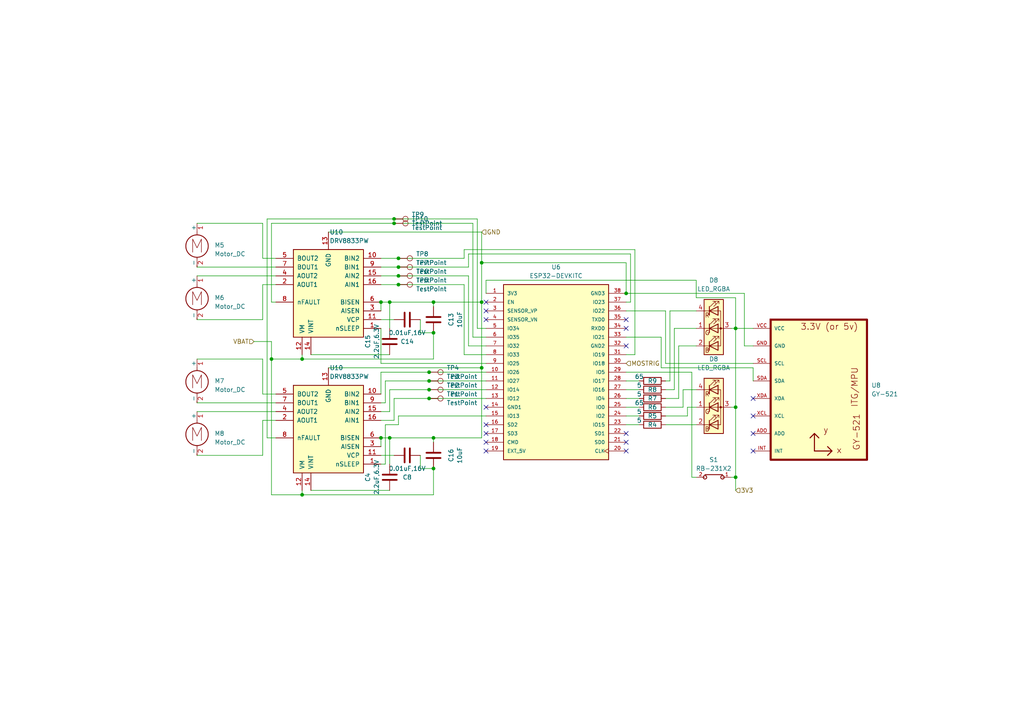
<source format=kicad_sch>
(kicad_sch (version 20230121) (generator eeschema)
  (paper "A4")
  (lib_symbols
    (symbol "Connector:TestPoint" (pin_numbers hide) (pin_names (offset 0.762) hide)
      (property "Reference" "TP" (at 0 6.858 0))
      (property "Value" "TestPoint" (at 0 5.08 0))
      (symbol "TestPoint_0_1"
        (circle (center 0 3.302) (radius 0.762))
      )
      (symbol "TestPoint_1_1"
        (pin passive line (at 0 0 90) (length 2.54) (name "1") (number "1"))
      )
    )
    (symbol "Device:C" (pin_numbers hide) (pin_names (offset 0.254))
      (property "Reference" "C" (at 0.635 2.54 0))
      (property "Value" "C" (at 0.635 -2.54 0))
      (symbol "C_0_1"
        (polyline (pts (xy -2.032 -0.762) (xy 2.032 -0.762)) (stroke (width 0.508)))
        (polyline (pts (xy -2.032 0.762) (xy 2.032 0.762)) (stroke (width 0.508)))
      )
      (symbol "C_1_1"
        (pin passive line (at 0 3.81 270) (length 2.794) (name "~") (number "1"))
        (pin passive line (at 0 -3.81 90) (length 2.794) (name "~") (number "2"))
      )
    )
    (symbol "Device:R" (pin_numbers hide) (pin_names (offset 0))
      (property "Reference" "R" (at 2.032 0 90))
      (property "Value" "R" (at 0 0 90))
      (symbol "R_0_1"
        (rectangle (start -1.016 -2.54) (end 1.016 2.54) (stroke (width 0.254)))
      )
      (symbol "R_1_1"
        (pin passive line (at 0 3.81 270) (length 1.27) (name "~") (number "1"))
        (pin passive line (at 0 -3.81 90) (length 1.27) (name "~") (number "2"))
      )
    )
    (symbol "Driver_Motor:DRV8833PW" (pin_names (offset 1.016))
      (property "Reference" "U" (at -3.81 16.51 0))
      (property "Value" "DRV8833PW" (at -3.81 13.97 0))
      (symbol "DRV8833PW_0_1"
        (rectangle (start -10.16 12.7) (end 10.16 -12.7) (stroke (width 0.254)) (fill (type background)))
      )
      (symbol "DRV8833PW_1_1"
        (pin input line (at -15.24 10.16 0) (length 5.08) (name "nSLEEP") (number "1"))
        (pin input line (at -15.24 -10.16 0) (length 5.08) (name "BIN2") (number "10"))
        (pin bidirectional line (at -15.24 7.62 0) (length 5.08) (name "VCP") (number "11"))
        (pin power_in line (at 7.62 17.78 270) (length 5.08) (name "VM") (number "12"))
        (pin power_in line (at 0 -17.78 90) (length 5.08) (name "GND") (number "13"))
        (pin power_in line (at 5.08 17.78 270) (length 5.08) (name "VINT") (number "14"))
        (pin input line (at -15.24 -5.08 0) (length 5.08) (name "AIN2") (number "15"))
        (pin input line (at -15.24 -2.54 0) (length 5.08) (name "AIN1") (number "16"))
        (pin power_out line (at 15.24 -2.54 180) (length 5.08) (name "AOUT1") (number "2"))
        (pin bidirectional line (at -15.24 5.08 0) (length 5.08) (name "AISEN") (number "3"))
        (pin power_out line (at 15.24 -5.08 180) (length 5.08) (name "AOUT2") (number "4"))
        (pin power_out line (at 15.24 -10.16 180) (length 5.08) (name "BOUT2") (number "5"))
        (pin bidirectional line (at -15.24 2.54 0) (length 5.08) (name "BISEN") (number "6"))
        (pin power_out line (at 15.24 -7.62 180) (length 5.08) (name "BOUT1") (number "7"))
        (pin open_collector line (at 15.24 2.54 180) (length 5.08) (name "nFAULT") (number "8"))
        (pin input line (at -15.24 -7.62 0) (length 5.08) (name "BIN1") (number "9"))
      )
    )
    (symbol "ESP32DEV:ESP32-DEVKITC" (pin_names (offset 1.016))
      (property "Reference" "U" (at -15.2572 26.0643 0))
      (property "Value" "ESP32-DEVKITC" (at -15.2563 -27.9698 0))
      (symbol "ESP32-DEVKITC_0_0"
        (rectangle (start -15.24 -25.4) (end 15.24 25.4) (stroke (width 0.254)) (fill (type background)))
        (pin power_in line (at -20.32 22.86 0) (length 5.08) (name "3V3") (number "1"))
        (pin bidirectional line (at -20.32 0 0) (length 5.08) (name "IO26") (number "10"))
        (pin bidirectional line (at -20.32 -2.54 0) (length 5.08) (name "IO27") (number "11"))
        (pin bidirectional line (at -20.32 -5.08 0) (length 5.08) (name "IO14") (number "12"))
        (pin bidirectional line (at -20.32 -7.62 0) (length 5.08) (name "IO12") (number "13"))
        (pin power_in line (at -20.32 -10.16 0) (length 5.08) (name "GND1") (number "14"))
        (pin bidirectional line (at -20.32 -12.7 0) (length 5.08) (name "IO13") (number "15"))
        (pin bidirectional line (at -20.32 -15.24 0) (length 5.08) (name "SD2") (number "16"))
        (pin bidirectional line (at -20.32 -17.78 0) (length 5.08) (name "SD3") (number "17"))
        (pin bidirectional line (at -20.32 -20.32 0) (length 5.08) (name "CMD") (number "18"))
        (pin power_in line (at -20.32 -22.86 0) (length 5.08) (name "EXT_5V") (number "19"))
        (pin input line (at -20.32 20.32 0) (length 5.08) (name "EN") (number "2"))
        (pin input clock (at 20.32 -22.86 180) (length 5.08) (name "CLK") (number "20"))
        (pin bidirectional line (at 20.32 -20.32 180) (length 5.08) (name "SD0") (number "21"))
        (pin bidirectional line (at 20.32 -17.78 180) (length 5.08) (name "SD1") (number "22"))
        (pin bidirectional line (at 20.32 -15.24 180) (length 5.08) (name "IO15") (number "23"))
        (pin bidirectional line (at 20.32 -12.7 180) (length 5.08) (name "IO2") (number "24"))
        (pin bidirectional line (at 20.32 -10.16 180) (length 5.08) (name "IO0") (number "25"))
        (pin bidirectional line (at 20.32 -7.62 180) (length 5.08) (name "IO4") (number "26"))
        (pin bidirectional line (at 20.32 -5.08 180) (length 5.08) (name "IO16") (number "27"))
        (pin bidirectional line (at 20.32 -2.54 180) (length 5.08) (name "IO17") (number "28"))
        (pin bidirectional line (at 20.32 0 180) (length 5.08) (name "IO5") (number "29"))
        (pin input line (at -20.32 17.78 0) (length 5.08) (name "SENSOR_VP") (number "3"))
        (pin bidirectional line (at 20.32 2.54 180) (length 5.08) (name "IO18") (number "30"))
        (pin bidirectional line (at 20.32 5.08 180) (length 5.08) (name "IO19") (number "31"))
        (pin power_in line (at 20.32 7.62 180) (length 5.08) (name "GND2") (number "32"))
        (pin bidirectional line (at 20.32 10.16 180) (length 5.08) (name "IO21") (number "33"))
        (pin input line (at 20.32 12.7 180) (length 5.08) (name "RXD0") (number "34"))
        (pin output line (at 20.32 15.24 180) (length 5.08) (name "TXD0") (number "35"))
        (pin bidirectional line (at 20.32 17.78 180) (length 5.08) (name "IO22") (number "36"))
        (pin bidirectional line (at 20.32 20.32 180) (length 5.08) (name "IO23") (number "37"))
        (pin power_in line (at 20.32 22.86 180) (length 5.08) (name "GND3") (number "38"))
        (pin input line (at -20.32 15.24 0) (length 5.08) (name "SENSOR_VN") (number "4"))
        (pin bidirectional line (at -20.32 12.7 0) (length 5.08) (name "IO34") (number "5"))
        (pin bidirectional line (at -20.32 10.16 0) (length 5.08) (name "IO35") (number "6"))
        (pin bidirectional line (at -20.32 7.62 0) (length 5.08) (name "IO32") (number "7"))
        (pin bidirectional line (at -20.32 5.08 0) (length 5.08) (name "IO33") (number "8"))
        (pin bidirectional line (at -20.32 2.54 0) (length 5.08) (name "IO25") (number "9"))
      )
    )
    (symbol "GY-521:GY-521" (pin_names (offset 1.016))
      (property "Reference" "U" (at 0 0 0))
      (property "Value" "GY-521" (at 0 0 0))
      (symbol "GY-521_0_0"
        (rectangle (start -10.16 -22.86) (end 17.78 17.78) (stroke (width 0.6096)) (fill (type background)))
        (polyline (pts (xy 2.54 -20.32) (xy 2.54 -15.24)) (stroke (width 0.3048)))
        (polyline (pts (xy 2.54 -20.32) (xy 7.62 -20.32)) (stroke (width 0.3048)))
        (polyline (pts (xy 2.54 -15.24) (xy 1.27 -16.51)) (stroke (width 0.3048)))
        (polyline (pts (xy 2.54 -15.24) (xy 3.81 -16.51)) (stroke (width 0.3048)))
        (polyline (pts (xy 7.62 -20.32) (xy 6.35 -21.59)) (stroke (width 0.3048)))
        (polyline (pts (xy 7.62 -20.32) (xy 6.35 -19.05)) (stroke (width 0.3048)))
        (text "3.3V (or 5v)" (at -1.524 14.732 0) (effects (font (size 1.778 1.778)) (justify left bottom)))
        (text "GY-521" (at 13.716 -9.398 900) (effects (font (size 1.778 1.778)) (justify right top)))
        (text "ITG/MPU" (at 15.24 -7.62 900) (effects (font (size 1.778 1.778)) (justify left bottom)))
        (text "x" (at 8.89 -21.082 0) (effects (font (size 1.778 1.778)) (justify left bottom)))
        (text "y" (at 5.08 -15.24 0) (effects (font (size 1.778 1.778)) (justify left bottom)))
        (pin bidirectional line (at -15.24 -15.24 0) (length 5.08) (name "ADO") (number "ADO"))
        (pin bidirectional line (at -15.24 10.16 0) (length 5.08) (name "GND") (number "GND"))
        (pin bidirectional line (at -15.24 -20.32 0) (length 5.08) (name "INT") (number "INT"))
        (pin bidirectional line (at -15.24 5.08 0) (length 5.08) (name "SCL") (number "SCL"))
        (pin bidirectional line (at -15.24 0 0) (length 5.08) (name "SDA") (number "SDA"))
        (pin bidirectional line (at -15.24 15.24 0) (length 5.08) (name "VCC") (number "VCC"))
        (pin bidirectional line (at -15.24 -10.16 0) (length 5.08) (name "XCL") (number "XCL"))
        (pin bidirectional line (at -15.24 -5.08 0) (length 5.08) (name "XDA") (number "XDA"))
      )
    )
    (symbol "LED_RGBA_1" (pin_names (offset 0) hide)
      (property "Reference" "D14" (at 0 13.97 0))
      (property "Value" "LED_RGBA" (at 0 11.43 0))
      (symbol "LED_RGBA_1_0_0"
        (text "B" (at -1.905 -6.35 0) (effects (font (size 1.27 1.27))))
        (text "G" (at -1.905 -1.27 0) (effects (font (size 1.27 1.27))))
        (text "R" (at -1.905 3.81 0) (effects (font (size 1.27 1.27))))
      )
      (symbol "LED_RGBA_1_0_1"
        (polyline (pts (xy -1.27 -5.08) (xy -2.54 -5.08)))
        (polyline (pts (xy -1.27 -5.08) (xy 1.27 -5.08)))
        (polyline (pts (xy -1.27 -3.81) (xy -1.27 -6.35)) (stroke (width 0.254)))
        (polyline (pts (xy -1.27 0) (xy -2.54 0)))
        (polyline (pts (xy -1.27 1.27) (xy -1.27 -1.27)) (stroke (width 0.254)))
        (polyline (pts (xy -1.27 5.08) (xy -2.54 5.08)))
        (polyline (pts (xy -1.27 5.08) (xy 1.27 5.08)))
        (polyline (pts (xy -1.27 6.35) (xy -1.27 3.81)) (stroke (width 0.254)))
        (polyline (pts (xy 1.27 0) (xy -1.27 0)))
        (polyline (pts (xy 1.27 0) (xy 2.54 0)))
        (polyline (pts (xy -1.27 1.27) (xy -1.27 -1.27) (xy -1.27 -1.27)))
        (polyline (pts (xy -1.27 6.35) (xy -1.27 3.81) (xy -1.27 3.81)))
        (polyline (pts (xy 1.27 -5.08) (xy 2.032 -5.08) (xy 2.032 5.08) (xy 1.27 5.08)))
        (polyline (pts (xy 1.27 -3.81) (xy 1.27 -6.35) (xy -1.27 -5.08) (xy 1.27 -3.81)) (stroke (width 0.254)))
        (polyline (pts (xy 1.27 1.27) (xy 1.27 -1.27) (xy -1.27 0) (xy 1.27 1.27)) (stroke (width 0.254)))
        (polyline (pts (xy 1.27 6.35) (xy 1.27 3.81) (xy -1.27 5.08) (xy 1.27 6.35)) (stroke (width 0.254)))
        (polyline (pts (xy -1.016 -3.81) (xy 0.508 -2.286) (xy -0.254 -2.286) (xy 0.508 -2.286) (xy 0.508 -3.048)))
        (polyline (pts (xy -1.016 1.27) (xy 0.508 2.794) (xy -0.254 2.794) (xy 0.508 2.794) (xy 0.508 2.032)))
        (polyline (pts (xy -1.016 6.35) (xy 0.508 7.874) (xy -0.254 7.874) (xy 0.508 7.874) (xy 0.508 7.112)))
        (polyline (pts (xy 0 -3.81) (xy 1.524 -2.286) (xy 0.762 -2.286) (xy 1.524 -2.286) (xy 1.524 -3.048)))
        (polyline (pts (xy 0 1.27) (xy 1.524 2.794) (xy 0.762 2.794) (xy 1.524 2.794) (xy 1.524 2.032)))
        (polyline (pts (xy 0 6.35) (xy 1.524 7.874) (xy 0.762 7.874) (xy 1.524 7.874) (xy 1.524 7.112)))
        (rectangle (start 1.27 -1.27) (end 1.27 1.27))
        (rectangle (start 1.27 1.27) (end 1.27 1.27))
        (rectangle (start 1.27 3.81) (end 1.27 6.35))
        (rectangle (start 1.27 6.35) (end 1.27 6.35))
        (circle (center 2.032 0) (radius 0.254) (fill (type outline)))
        (rectangle (start 2.794 8.382) (end -2.794 -7.62) (stroke (width 0.254)) (fill (type background)))
      )
      (symbol "LED_RGBA_1_1_1"
        (pin passive line (at -5.08 0 0) (length 2.54) (name "GK") (number "1"))
        (pin passive line (at -5.08 -5.08 0) (length 2.54) (name "BK") (number "2"))
        (pin passive line (at 5.08 0 180) (length 2.54) (name "A") (number "3"))
        (pin passive line (at -5.08 5.08 0) (length 2.54) (name "RK") (number "4"))
      )
    )
    (symbol "Motor:Motor_DC" (pin_names (offset 0))
      (property "Reference" "M" (at 2.54 2.54 0))
      (property "Value" "Motor_DC" (at 2.54 -5.08 0))
      (symbol "Motor_DC_0_0"
        (polyline (pts (xy -1.27 -3.302) (xy -1.27 0.508) (xy 0 -2.032) (xy 1.27 0.508) (xy 1.27 -3.302)))
      )
      (symbol "Motor_DC_0_1"
        (circle (center 0 -1.524) (radius 3.2512) (stroke (width 0.254)))
        (polyline (pts (xy 0 -7.62) (xy 0 -7.112)))
        (polyline (pts (xy 0 -4.7752) (xy 0 -5.1816)))
        (polyline (pts (xy 0 1.7272) (xy 0 2.0828)))
        (polyline (pts (xy 0 2.032) (xy 0 2.54)))
      )
      (symbol "Motor_DC_1_1"
        (pin passive line (at 0 5.08 270) (length 2.54) (name "+") (number "1"))
        (pin passive line (at 0 -7.62 90) (length 2.54) (name "-") (number "2"))
      )
    )
    (symbol "RB-231X2:RB-231X2" (pin_names (offset 1.016))
      (property "Reference" "S" (at -3.5576 2.0329 0))
      (property "Value" "RB-231X2" (at -3.8121 -2.5414 0))
      (symbol "RB-231X2_0_0"
        (circle (center -2.54 0) (radius 0.508) (stroke (width 0.254)))
        (polyline (pts (xy -2.54 0.762) (xy 2.54 0.762)) (stroke (width 0.254)))
        (circle (center 2.54 0) (radius 0.508) (stroke (width 0.254)))
        (pin passive line (at 5.08 0 180) (length 2.54) (name "~") (number "1"))
        (pin passive line (at -5.08 0 0) (length 2.54) (name "~") (number "2"))
      )
    )
  )
  (junction (at 87.63 143.51))
  (junction (at 113.03 127))
  (junction (at 124.46 110.49))
  (junction (at 110.49 127))
  (junction (at 114.3 64.77))
  (junction (at 124.46 115.57))
  (junction (at 115.57 77.47))
  (junction (at 139.7 106.68))
  (junction (at 139.7 76.2))
  (junction (at 139.7 87.63))
  (junction (at 78.74 104.14))
  (junction (at 115.57 74.93))
  (junction (at 125.73 87.63))
  (junction (at 115.57 80.01))
  (junction (at 213.36 118.11))
  (junction (at 115.57 82.55))
  (junction (at 87.63 104.14))
  (junction (at 125.73 135.89))
  (junction (at 114.3 63.5))
  (junction (at 124.46 107.95))
  (junction (at 125.73 127))
  (junction (at 110.49 87.63))
  (junction (at 181.61 85.09))
  (junction (at 213.36 138.43))
  (junction (at 213.36 95.25))
  (junction (at 125.73 96.52))
  (junction (at 113.03 87.63))
  (junction (at 124.46 113.03))
  (no_connect (at 140.97 125.73))
  (no_connect (at 218.44 125.73))
  (no_connect (at 140.97 118.11))
  (no_connect (at 140.97 87.63))
  (no_connect (at 181.61 130.81))
  (no_connect (at 140.97 92.71))
  (no_connect (at 181.61 128.27))
  (no_connect (at 181.61 125.73))
  (no_connect (at 218.44 115.57))
  (no_connect (at 181.61 92.71))
  (no_connect (at 140.97 90.17))
  (no_connect (at 218.44 120.65))
  (no_connect (at 218.44 130.81))
  (no_connect (at 140.97 130.81))
  (no_connect (at 181.61 95.25))
  (no_connect (at 140.97 128.27))
  (no_connect (at 181.61 100.33))
  (no_connect (at 140.97 123.19))
  (wire (pts (xy 110.49 77.47) (xy 115.57 77.47)))
  (wire (pts (xy 201.93 81.28) (xy 201.93 86.36)))
  (wire (pts (xy 199.39 120.65) (xy 199.39 118.11)))
  (wire (pts (xy 110.49 127) (xy 110.49 129.54)))
  (wire (pts (xy 110.49 119.38) (xy 113.03 119.38)))
  (wire (pts (xy 77.47 63.5) (xy 77.47 127)))
  (wire (pts (xy 115.57 80.01) (xy 110.49 80.01)))
  (wire (pts (xy 114.3 63.5) (xy 138.43 63.5)))
  (wire (pts (xy 125.73 127) (xy 139.7 127)))
  (wire (pts (xy 76.2 114.3) (xy 76.2 104.14)))
  (wire (pts (xy 110.49 74.93) (xy 115.57 74.93)))
  (wire (pts (xy 213.36 86.36) (xy 213.36 95.25)))
  (wire (pts (xy 78.74 99.06) (xy 78.74 104.14)))
  (wire (pts (xy 125.73 87.63) (xy 139.7 87.63)))
  (wire (pts (xy 213.36 95.25) (xy 213.36 118.11)))
  (wire (pts (xy 111.76 110.49) (xy 111.76 116.84)))
  (wire (pts (xy 181.61 90.17) (xy 193.04 90.17)))
  (wire (pts (xy 90.17 102.87) (xy 113.03 102.87)))
  (wire (pts (xy 134.62 102.87) (xy 140.97 102.87)))
  (wire (pts (xy 125.73 96.52) (xy 125.73 104.14)))
  (wire (pts (xy 139.7 106.68) (xy 139.7 127)))
  (wire (pts (xy 181.61 123.19) (xy 185.42 123.19)))
  (wire (pts (xy 138.43 95.25) (xy 140.97 95.25)))
  (wire (pts (xy 212.09 138.43) (xy 213.36 138.43)))
  (wire (pts (xy 80.01 74.93) (xy 76.2 74.93)))
  (wire (pts (xy 139.7 87.63) (xy 139.7 106.68)))
  (wire (pts (xy 213.36 118.11) (xy 213.36 138.43)))
  (wire (pts (xy 124.46 107.95) (xy 110.49 107.95)))
  (wire (pts (xy 193.04 90.17) (xy 193.04 105.41)))
  (wire (pts (xy 110.49 82.55) (xy 115.57 82.55)))
  (wire (pts (xy 76.2 132.08) (xy 76.2 121.92)))
  (wire (pts (xy 80.01 82.55) (xy 76.2 82.55)))
  (wire (pts (xy 80.01 114.3) (xy 76.2 114.3)))
  (wire (pts (xy 76.2 121.92) (xy 80.01 121.92)))
  (wire (pts (xy 121.92 135.89) (xy 125.73 135.89)))
  (wire (pts (xy 115.57 74.93) (xy 134.62 74.93)))
  (wire (pts (xy 113.03 119.38) (xy 113.03 113.03)))
  (wire (pts (xy 212.09 118.11) (xy 213.36 118.11)))
  (wire (pts (xy 121.92 92.71) (xy 121.92 96.52)))
  (wire (pts (xy 110.49 105.41) (xy 140.97 105.41)))
  (wire (pts (xy 110.49 92.71) (xy 114.3 92.71)))
  (wire (pts (xy 78.74 143.51) (xy 78.74 104.14)))
  (wire (pts (xy 125.73 104.14) (xy 87.63 104.14)))
  (wire (pts (xy 115.57 120.65) (xy 140.97 120.65)))
  (wire (pts (xy 78.74 104.14) (xy 87.63 104.14)))
  (wire (pts (xy 195.58 95.25) (xy 201.93 95.25)))
  (wire (pts (xy 95.25 106.68) (xy 139.7 106.68)))
  (wire (pts (xy 181.61 85.09) (xy 181.61 76.2)))
  (wire (pts (xy 135.89 77.47) (xy 135.89 73.66)))
  (wire (pts (xy 193.04 113.03) (xy 195.58 113.03)))
  (wire (pts (xy 134.62 72.39) (xy 184.15 72.39)))
  (wire (pts (xy 114.3 121.92) (xy 110.49 121.92)))
  (wire (pts (xy 181.61 115.57) (xy 185.42 115.57)))
  (wire (pts (xy 124.46 110.49) (xy 111.76 110.49)))
  (wire (pts (xy 76.2 74.93) (xy 76.2 64.77)))
  (wire (pts (xy 114.3 115.57) (xy 114.3 121.92)))
  (wire (pts (xy 194.31 90.17) (xy 201.93 90.17)))
  (wire (pts (xy 87.63 104.14) (xy 87.63 102.87)))
  (wire (pts (xy 184.15 72.39) (xy 184.15 102.87)))
  (wire (pts (xy 134.62 74.93) (xy 134.62 72.39)))
  (wire (pts (xy 213.36 138.43) (xy 213.36 142.24)))
  (wire (pts (xy 194.31 110.49) (xy 194.31 90.17)))
  (wire (pts (xy 181.61 87.63) (xy 182.88 87.63)))
  (wire (pts (xy 113.03 87.63) (xy 125.73 87.63)))
  (wire (pts (xy 73.66 99.06) (xy 78.74 99.06)))
  (wire (pts (xy 140.97 100.33) (xy 135.89 100.33)))
  (wire (pts (xy 135.89 100.33) (xy 135.89 80.01)))
  (wire (pts (xy 125.73 127) (xy 125.73 128.27)))
  (wire (pts (xy 199.39 118.11) (xy 201.93 118.11)))
  (wire (pts (xy 115.57 123.19) (xy 115.57 120.65)))
  (wire (pts (xy 181.61 76.2) (xy 139.7 76.2)))
  (wire (pts (xy 181.61 85.09) (xy 215.9 85.09)))
  (wire (pts (xy 140.97 115.57) (xy 124.46 115.57)))
  (wire (pts (xy 87.63 143.51) (xy 87.63 142.24)))
  (wire (pts (xy 113.03 113.03) (xy 124.46 113.03)))
  (wire (pts (xy 80.01 116.84) (xy 57.15 116.84)))
  (wire (pts (xy 140.97 110.49) (xy 124.46 110.49)))
  (wire (pts (xy 110.49 134.62) (xy 111.76 134.62)))
  (wire (pts (xy 80.01 87.63) (xy 78.74 87.63)))
  (wire (pts (xy 193.04 105.41) (xy 218.44 105.41)))
  (wire (pts (xy 78.74 87.63) (xy 78.74 64.77)))
  (wire (pts (xy 193.04 120.65) (xy 199.39 120.65)))
  (wire (pts (xy 124.46 113.03) (xy 140.97 113.03)))
  (wire (pts (xy 110.49 87.63) (xy 110.49 90.17)))
  (wire (pts (xy 135.89 80.01) (xy 115.57 80.01)))
  (wire (pts (xy 114.3 64.77) (xy 137.16 64.77)))
  (wire (pts (xy 125.73 87.63) (xy 125.73 88.9)))
  (wire (pts (xy 218.44 110.49) (xy 218.44 106.68)))
  (wire (pts (xy 111.76 116.84) (xy 110.49 116.84)))
  (wire (pts (xy 115.57 82.55) (xy 134.62 82.55)))
  (wire (pts (xy 77.47 63.5) (xy 114.3 63.5)))
  (wire (pts (xy 196.85 100.33) (xy 201.93 100.33)))
  (wire (pts (xy 110.49 107.95) (xy 110.49 114.3)))
  (wire (pts (xy 113.03 87.63) (xy 113.03 95.25)))
  (wire (pts (xy 194.31 110.49) (xy 193.04 110.49)))
  (wire (pts (xy 76.2 82.55) (xy 76.2 92.71)))
  (wire (pts (xy 134.62 82.55) (xy 134.62 102.87)))
  (wire (pts (xy 185.42 110.49) (xy 181.61 110.49)))
  (wire (pts (xy 140.97 81.28) (xy 140.97 85.09)))
  (wire (pts (xy 181.61 107.95) (xy 200.66 107.95)))
  (wire (pts (xy 198.12 118.11) (xy 198.12 113.03)))
  (wire (pts (xy 115.57 77.47) (xy 135.89 77.47)))
  (wire (pts (xy 90.17 142.24) (xy 113.03 142.24)))
  (wire (pts (xy 195.58 113.03) (xy 195.58 95.25)))
  (wire (pts (xy 113.03 127) (xy 113.03 134.62)))
  (wire (pts (xy 111.76 134.62) (xy 111.76 123.19)))
  (wire (pts (xy 213.36 95.25) (xy 218.44 95.25)))
  (wire (pts (xy 135.89 73.66) (xy 182.88 73.66)))
  (wire (pts (xy 76.2 64.77) (xy 57.15 64.77)))
  (wire (pts (xy 184.15 102.87) (xy 181.61 102.87)))
  (wire (pts (xy 110.49 132.08) (xy 114.3 132.08)))
  (wire (pts (xy 196.85 115.57) (xy 196.85 100.33)))
  (wire (pts (xy 110.49 87.63) (xy 113.03 87.63)))
  (wire (pts (xy 181.61 113.03) (xy 185.42 113.03)))
  (wire (pts (xy 215.9 100.33) (xy 218.44 100.33)))
  (wire (pts (xy 198.12 113.03) (xy 201.93 113.03)))
  (wire (pts (xy 181.61 120.65) (xy 185.42 120.65)))
  (wire (pts (xy 213.36 95.25) (xy 212.09 95.25)))
  (wire (pts (xy 140.97 81.28) (xy 201.93 81.28)))
  (wire (pts (xy 200.66 107.95) (xy 200.66 138.43)))
  (wire (pts (xy 113.03 127) (xy 125.73 127)))
  (wire (pts (xy 201.93 86.36) (xy 213.36 86.36)))
  (wire (pts (xy 193.04 123.19) (xy 201.93 123.19)))
  (wire (pts (xy 140.97 107.95) (xy 124.46 107.95)))
  (wire (pts (xy 80.01 80.01) (xy 57.15 80.01)))
  (wire (pts (xy 111.76 123.19) (xy 115.57 123.19)))
  (wire (pts (xy 125.73 135.89) (xy 125.73 143.51)))
  (wire (pts (xy 121.92 96.52) (xy 125.73 96.52)))
  (wire (pts (xy 121.92 132.08) (xy 121.92 135.89)))
  (wire (pts (xy 200.66 138.43) (xy 201.93 138.43)))
  (wire (pts (xy 76.2 104.14) (xy 57.15 104.14)))
  (wire (pts (xy 137.16 97.79) (xy 140.97 97.79)))
  (wire (pts (xy 80.01 127) (xy 77.47 127)))
  (wire (pts (xy 95.25 67.31) (xy 139.7 67.31)))
  (wire (pts (xy 191.77 97.79) (xy 181.61 97.79)))
  (wire (pts (xy 182.88 87.63) (xy 182.88 73.66)))
  (wire (pts (xy 139.7 76.2) (xy 139.7 87.63)))
  (wire (pts (xy 87.63 143.51) (xy 78.74 143.51)))
  (wire (pts (xy 110.49 127) (xy 113.03 127)))
  (wire (pts (xy 218.44 106.68) (xy 191.77 106.68)))
  (wire (pts (xy 139.7 67.31) (xy 139.7 76.2)))
  (wire (pts (xy 78.74 64.77) (xy 114.3 64.77)))
  (wire (pts (xy 110.49 95.25) (xy 110.49 105.41)))
  (wire (pts (xy 57.15 77.47) (xy 80.01 77.47)))
  (wire (pts (xy 191.77 106.68) (xy 191.77 97.79)))
  (wire (pts (xy 137.16 64.77) (xy 137.16 97.79)))
  (wire (pts (xy 138.43 63.5) (xy 138.43 95.25)))
  (wire (pts (xy 193.04 115.57) (xy 196.85 115.57)))
  (wire (pts (xy 181.61 118.11) (xy 185.42 118.11)))
  (wire (pts (xy 125.73 143.51) (xy 87.63 143.51)))
  (wire (pts (xy 193.04 118.11) (xy 198.12 118.11)))
  (wire (pts (xy 57.15 119.38) (xy 80.01 119.38)))
  (wire (pts (xy 215.9 85.09) (xy 215.9 100.33)))
  (wire (pts (xy 57.15 132.08) (xy 76.2 132.08)))
  (wire (pts (xy 124.46 115.57) (xy 114.3 115.57)))
  (wire (pts (xy 76.2 92.71) (xy 57.15 92.71)))
  (hierarchical_label "MOSTRIG" (shape input) (at 181.61 105.41 0))
  (hierarchical_label "GND" (shape input) (at 139.7 67.31 0))
  (hierarchical_label "VBAT" (shape input) (at 73.66 99.06 180))
  (hierarchical_label "3V3" (shape input) (at 213.36 142.24 0))
  (symbol (lib_id "Connector:TestPoint") (at 124.46 110.49 270) (unit 1)
    (property "Reference" "TP3" (at 129.54 109.22 90) (effects (justify left)))
    (property "Value" "TestPoint" (at 129.54 111.76 90) (effects (justify left)))
    (property "Footprint" "TestPoint:TestPoint_Pad_D2.0mm" (effects hide))
  )
  (symbol (lib_id "Connector:TestPoint") (at 114.3 64.77 270) (unit 1)
    (property "Reference" "TP10" (at 119.38 63.5 90) (effects (justify left)))
    (property "Value" "TestPoint" (at 119.38 66.04 90) (effects (justify left)))
    (property "Footprint" "TestPoint:TestPoint_Pad_D2.0mm" (effects hide))
  )
  (symbol (lib_id "Connector:TestPoint") (at 115.57 80.01 270) (unit 1)
    (property "Reference" "TP6" (at 120.65 78.74 90) (effects (justify left)))
    (property "Value" "TestPoint" (at 120.65 81.28 90) (effects (justify left)))
    (property "Footprint" "TestPoint:TestPoint_Pad_D2.0mm" (effects hide))
  )
  (symbol (lib_id "Connector:TestPoint") (at 115.57 74.93 270) (unit 1)
    (property "Reference" "TP8" (at 120.65 73.66 90) (effects (justify left)))
    (property "Value" "TestPoint" (at 120.65 76.2 90) (effects (justify left)))
    (property "Footprint" "TestPoint:TestPoint_Pad_D2.0mm" (effects hide))
  )
  (symbol (lib_id "Connector:TestPoint") (at 124.46 113.03 270) (unit 1)
    (property "Reference" "TP2" (at 129.54 111.76 90) (effects (justify left)))
    (property "Value" "TestPoint" (at 129.54 114.3 90) (effects (justify left)))
    (property "Footprint" "TestPoint:TestPoint_Pad_D2.0mm" (effects hide))
  )
  (symbol (lib_id "Motor:Motor_DC") (at 57.15 69.85 0) (unit 1)
    (property "Reference" "M5" (at 62.23 71.12 0) (effects (justify left)))
    (property "Value" "Motor_DC" (at 62.23 73.66 0) (effects (justify left)))
    (property "Footprint" "Connector_PinSocket_2.54mm:PinSocket_1x02_P2.54mm_Vertical" (effects hide))
  )
  (symbol (lib_id "Connector:TestPoint") (at 115.57 77.47 270) (unit 1)
    (property "Reference" "TP7" (at 120.65 76.2 90) (effects (justify left)))
    (property "Value" "TestPoint" (at 120.65 78.74 90) (effects (justify left)))
    (property "Footprint" "TestPoint:TestPoint_Pad_D2.0mm" (effects hide))
  )
  (symbol (lib_id "Device:R") (at 189.23 123.19 90) (unit 1)
    (property "Reference" "R4" (at 189.23 123.19 90))
    (property "Value" "5" (at 185.42 121.92 90))
    (property "Footprint" "Resistor_SMD:R_0805_2012Metric_Pad1.20x1.40mm_HandSolder" (effects hide))
  )
  (symbol (lib_id "Device:R") (at 189.23 113.03 90) (unit 1)
    (property "Reference" "R8" (at 189.23 113.03 90))
    (property "Value" "5" (at 185.42 111.76 90))
    (property "Footprint" "Resistor_SMD:R_0805_2012Metric_Pad1.20x1.40mm_HandSolder" (effects hide))
  )
  (symbol (lib_id "Device:R") (at 189.23 118.11 90) (unit 1)
    (property "Reference" "R6" (at 189.23 118.11 90))
    (property "Value" "65" (at 185.42 116.84 90))
    (property "Footprint" "Resistor_SMD:R_0805_2012Metric_Pad1.20x1.40mm_HandSolder" (effects hide))
  )
  (symbol (lib_id "Device:C") (at 125.73 132.08 0) (unit 1)
    (property "Reference" "C16" (at 130.81 132.08 90))
    (property "Value" "10uF" (at 133.35 132.08 90))
    (property "Footprint" "Capacitor_SMD:C_0805_2012Metric_Pad1.18x1.45mm_HandSolder" (effects hide))
  )
  (symbol (lib_id "Connector:TestPoint") (at 124.46 115.57 270) (unit 1)
    (property "Reference" "TP1" (at 129.54 114.3 90) (effects (justify left)))
    (property "Value" "TestPoint" (at 129.54 116.84 90) (effects (justify left)))
    (property "Footprint" "TestPoint:TestPoint_Pad_D2.0mm" (effects hide))
  )
  (symbol (lib_id "Driver_Motor:DRV8833PW") (at 95.25 85.09 180) (unit 1)
    (property "Reference" "U10" (at 95.5959 67.31 0) (effects (justify right)))
    (property "Value" "DRV8833PW" (at 95.5959 69.85 0) (effects (justify right)))
    (property "Footprint" "Package_SO:TSSOP-16_4.4x5mm_P0.65mm" (effects hide))
    (property "Datasheet" "https://www.ti.com/lit/ds/symlink/drv8833.pdf?HQS=dis-dk-null-digikeymode-dsf-pf-null-wwe&ts=1698182541199&ref_url=https%253A%252F%252Fwww.ti.com%252Fgeneral%252Fdocs%252Fsuppproductinfo.tsp%253FdistId%253D10%2526gotoUrl%253Dhttps%253A%252F%252Fwww.ti.com%252Flit%252Fgpn%252Fdrv8833" (effects hide))
    (instances (project "robot" (path "" (reference "U10") (unit 1)) (path "" (reference "U13") (unit 1))))
  )
  (symbol (lib_name "LED_RGBA_1") (lib_id "Device:LED_RGBA") (at 207.01 95.25 0) (unit 1)
    (property "Reference" "D8" (at 207.01 81.28 0))
    (property "Value" "LED_RGBA" (at 207.01 83.82 0))
    (property "Footprint" "Connector_PinSocket_2.54mm:PinSocket_1x04_P2.54mm_Vertical" (effects hide))
    (property "Datasheet" "https://www.qt-brightek.com/datasheet/QBL8RGB60D0-2897.pdf" (effects hide))
    (instances (project "robot" (path "" (reference "D8") (unit 1)) (path "" (reference "D14") (unit 1))))
  )
  (symbol (lib_name "LED_RGBA_1") (lib_id "Device:LED_RGBA") (at 207.01 118.11 0) (unit 1)
    (property "Reference" "D8" (at 207.01 104.14 0))
    (property "Value" "LED_RGBA" (at 207.01 106.68 0))
    (property "Footprint" "Connector_PinSocket_2.54mm:PinSocket_1x04_P2.54mm_Vertical" (effects hide))
    (property "Datasheet" "https://www.qt-brightek.com/datasheet/QBL8RGB60D0-2897.pdf" (effects hide))
  )
  (symbol (lib_id "Connector:TestPoint") (at 115.57 82.55 270) (unit 1)
    (property "Reference" "TP5" (at 120.65 81.28 90) (effects (justify left)))
    (property "Value" "TestPoint" (at 120.65 83.82 90) (effects (justify left)))
    (property "Footprint" "TestPoint:TestPoint_Pad_D2.0mm" (effects hide))
  )
  (symbol (lib_id "Device:C") (at 118.11 132.08 90) (unit 1)
    (property "Reference" "C8" (at 118.11 138.43 90))
    (property "Value" "0.01uF,16V" (at 118.11 135.89 90))
    (property "Footprint" "Capacitor_SMD:C_0805_2012Metric_Pad1.18x1.45mm_HandSolder" (effects hide))
  )
  (symbol (lib_id "Device:R") (at 189.23 120.65 90) (unit 1)
    (property "Reference" "R5" (at 189.23 120.65 90))
    (property "Value" "5" (at 185.42 119.38 90))
    (property "Footprint" "Resistor_SMD:R_0805_2012Metric_Pad1.20x1.40mm_HandSolder" (effects hide))
  )
  (symbol (lib_id "GY-521:GY-521") (at 233.68 110.49 0) (unit 1)
    (property "Reference" "U8" (at 252.73 111.76 0) (effects (justify left)))
    (property "Value" "GY-521" (at 252.73 114.3 0) (effects (justify left)))
    (property "Footprint" "GY-521:GY-521" (effects hide))
    (property "MF" "GODREAM FORDREAM CO., LIMITED" (effects hide))
    (property "Description" "\nTriple Axis Accelerometer Gyro Breakout\n" (effects hide))
    (property "Package" "Package" (effects hide))
    (property "Price" "None" (effects hide))
    (property "SnapEDA_Link" "https://www.snapeda.com/parts/GY-521/GODREAM+FORDREAM+CO.%252C+LIMITED/view-part/?ref=snap" (effects hide))
    (property "MP" "GY-521" (effects hide))
    (property "Availability" "Not in stock" (effects hide))
    (property "Check_prices" "https://www.snapeda.com/parts/GY-521/GODREAM+FORDREAM+CO.%252C+LIMITED/view-part/?ref=eda" (effects hide))
    (instances (project "robot" (path "" (reference "U8") (unit 1)) (path "" (reference "U10") (unit 1))))
  )
  (symbol (lib_id "ESP32DEV:ESP32-DEVKITC") (at 161.29 107.95 0) (unit 1)
    (property "Reference" "U6" (at 161.29 77.47 0))
    (property "Value" "ESP32-DEVKITC" (at 161.29 80.01 0))
    (property "Footprint" "ESP32-DEVKIT:MODULE_ESP32-DEVKITC" (effects hide))
    (property "MF" "Espressif Systems" (effects hide))
    (property "Description" "\nESP32-WROOM-32UE series Transceiver; 802.11 b/g/n (Wi-Fi, WiFi, WLAN), Bluetooth ® Smart Ready 4.x Dual Mode Evaluation Board\n" (effects hide))
    (property "Package" "None" (effects hide))
    (property "Price" "None" (effects hide))
    (property "Check_prices" "https://www.snapeda.com/parts/ESP32-DEVKITC/Espressif+Systems/view-part/?ref=eda" (effects hide))
    (property "STANDARD" "Manufacturer Recommendations" (effects hide))
    (property "PARTREV" "N/A" (effects hide))
    (property "SnapEDA_Link" "https://www.snapeda.com/parts/ESP32-DEVKITC/Espressif+Systems/view-part/?ref=snap" (effects hide))
    (property "MP" "ESP32-DEVKITC" (effects hide))
    (property "Availability" "In Stock" (effects hide))
    (property "MANUFACTURER" "ESPRESSIF" (effects hide))
    (instances (project "robot" (path "" (reference "U6") (unit 1)) (path "" (reference "U8") (unit 1))))
  )
  (symbol (lib_id "Device:C") (at 113.03 99.06 0) (unit 1)
    (property "Reference" "C15" (at 106.68 99.06 90))
    (property "Value" "2.2uF,6.3V" (at 109.22 99.06 90))
    (property "Footprint" "Capacitor_SMD:C_0805_2012Metric_Pad1.18x1.45mm_HandSolder" (effects hide))
  )
  (symbol (lib_id "Device:R") (at 189.23 115.57 90) (unit 1)
    (property "Reference" "R7" (at 189.23 115.57 90))
    (property "Value" "5" (at 185.42 114.3 90))
    (property "Footprint" "Resistor_SMD:R_0805_2012Metric_Pad1.20x1.40mm_HandSolder" (effects hide))
  )
  (symbol (lib_id "Connector:TestPoint") (at 114.3 63.5 270) (unit 1)
    (property "Reference" "TP9" (at 119.38 62.23 90) (effects (justify left)))
    (property "Value" "TestPoint" (at 119.38 64.77 90) (effects (justify left)))
    (property "Footprint" "TestPoint:TestPoint_Pad_D2.0mm" (effects hide))
  )
  (symbol (lib_id "Motor:Motor_DC") (at 57.15 85.09 0) (unit 1)
    (property "Reference" "M6" (at 62.23 86.36 0) (effects (justify left)))
    (property "Value" "Motor_DC" (at 62.23 88.9 0) (effects (justify left)))
    (property "Footprint" "Connector_PinSocket_2.54mm:PinSocket_1x02_P2.54mm_Vertical" (effects hide))
  )
  (symbol (lib_id "Connector:TestPoint") (at 124.46 107.95 270) (unit 1)
    (property "Reference" "TP4" (at 129.54 106.68 90) (effects (justify left)))
    (property "Value" "TestPoint" (at 129.54 109.22 90) (effects (justify left)))
    (property "Footprint" "TestPoint:TestPoint_Pad_D2.0mm" (effects hide))
  )
  (symbol (lib_id "Driver_Motor:DRV8833PW") (at 95.25 124.46 180) (unit 1)
    (property "Reference" "U10" (at 95.5959 106.68 0) (effects (justify right)))
    (property "Value" "DRV8833PW" (at 95.5959 109.22 0) (effects (justify right)))
    (property "Footprint" "Package_SO:TSSOP-16_4.4x5mm_P0.65mm" (effects hide))
    (property "Datasheet" "https://www.ti.com/lit/ds/symlink/drv8833.pdf?HQS=dis-dk-null-digikeymode-dsf-pf-null-wwe&ts=1698182541199&ref_url=https%253A%252F%252Fwww.ti.com%252Fgeneral%252Fdocs%252Fsuppproductinfo.tsp%253FdistId%253D10%2526gotoUrl%253Dhttps%253A%252F%252Fwww.ti.com%252Flit%252Fgpn%252Fdrv8833" (effects hide))
    (instances (project "robot" (path "" (reference "U10") (unit 1)) (path "" (reference "U6") (unit 1))))
  )
  (symbol (lib_id "Device:C") (at 125.73 92.71 0) (unit 1)
    (property "Reference" "C13" (at 130.81 92.71 90))
    (property "Value" "10uF" (at 133.35 92.71 90))
    (property "Footprint" "Capacitor_SMD:C_0805_2012Metric_Pad1.18x1.45mm_HandSolder" (effects hide))
  )
  (symbol (lib_id "Motor:Motor_DC") (at 57.15 124.46 0) (unit 1)
    (property "Reference" "M8" (at 62.23 125.73 0) (effects (justify left)))
    (property "Value" "Motor_DC" (at 62.23 128.27 0) (effects (justify left)))
    (property "Footprint" "Connector_PinSocket_2.54mm:PinSocket_1x02_P2.54mm_Vertical" (effects hide))
  )
  (symbol (lib_id "Device:C") (at 113.03 138.43 0) (unit 1)
    (property "Reference" "C4" (at 106.68 138.43 90))
    (property "Value" "2.2uF,6.3V" (at 109.22 138.43 90))
    (property "Footprint" "Capacitor_SMD:C_0805_2012Metric_Pad1.18x1.45mm_HandSolder" (effects hide))
  )
  (symbol (lib_id "RB-231X2:RB-231X2") (at 207.01 138.43 0) (unit 1)
    (property "Reference" "S1" (at 207.01 133.35 0))
    (property "Value" "RB-231X2" (at 207.01 135.89 0))
    (property "Footprint" "RB-231X2:SW_RB-231X2" (effects hide))
    (property "MF" "C&K" (effects hide))
    (property "Description" "\nRolling Ball Tilt Switches\n" (effects hide))
    (property "Package" "Radial Side View  C&amp;K Components" (effects hide))
    (property "Price" "None" (effects hide))
    (property "Check_prices" "https://www.snapeda.com/parts/RB-231X2/C%2526K/view-part/?ref=eda" (effects hide))
    (property "SnapEDA_Link" "https://www.snapeda.com/parts/RB-231X2/C%2526K/view-part/?ref=snap" (effects hide))
    (property "MP" "RB-231X2" (effects hide))
    (property "Purchase-URL" "https://www.snapeda.com/api/url_track_click_mouser/?unipart_id=494671&manufacturer=C&amp;K&part_name=RB-231X2&search_term=rb231" (effects hide))
    (property "Availability" "In Stock" (effects hide))
    (property "MANUFACTURER" "CnK" (effects hide))
    (instances (project "robot" (path "" (reference "S1") (unit 1)) (path "" (reference "S2") (unit 1))))
  )
  (symbol (lib_id "Device:R") (at 189.23 110.49 90) (unit 1)
    (property "Reference" "R9" (at 189.23 110.49 90))
    (property "Value" "65" (at 185.42 109.22 90))
    (property "Footprint" "Resistor_SMD:R_0805_2012Metric_Pad1.20x1.40mm_HandSolder" (effects hide))
  )
  (symbol (lib_id "Motor:Motor_DC") (at 57.15 109.22 0) (unit 1)
    (property "Reference" "M7" (at 62.23 110.49 0) (effects (justify left)))
    (property "Value" "Motor_DC" (at 62.23 113.03 0) (effects (justify left)))
    (property "Footprint" "Connector_PinSocket_2.54mm:PinSocket_1x02_P2.54mm_Vertical" (effects hide))
  )
  (symbol (lib_id "Device:C") (at 118.11 92.71 90) (unit 1)
    (property "Reference" "C14" (at 118.11 99.06 90))
    (property "Value" "0.01uF,16V" (at 118.11 96.52 90))
    (property "Footprint" "Capacitor_SMD:C_0805_2012Metric_Pad1.18x1.45mm_HandSolder" (effects hide))
  )
)
</source>
